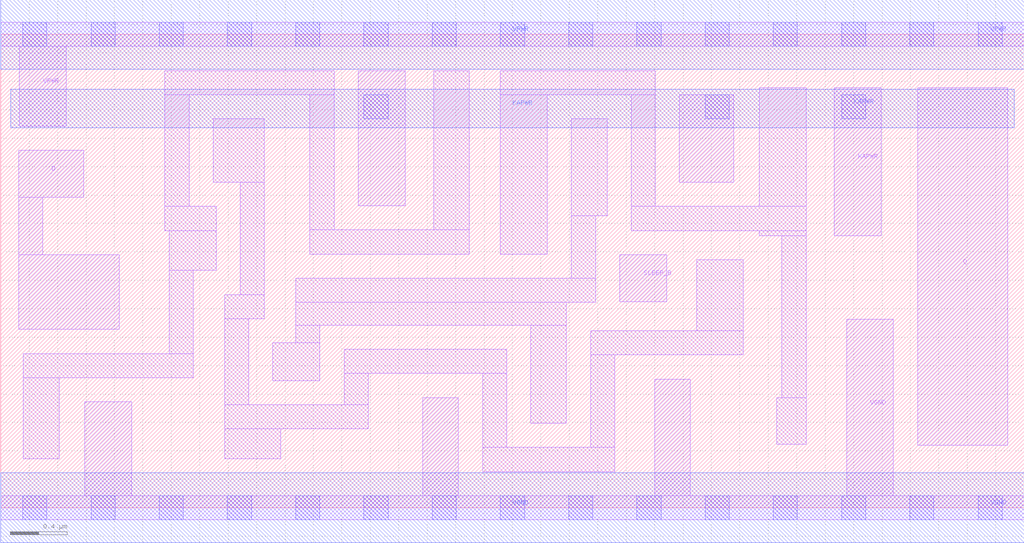
<source format=lef>
# Copyright 2020 The SkyWater PDK Authors
#
# Licensed under the Apache License, Version 2.0 (the "License");
# you may not use this file except in compliance with the License.
# You may obtain a copy of the License at
#
#     https://www.apache.org/licenses/LICENSE-2.0
#
# Unless required by applicable law or agreed to in writing, software
# distributed under the License is distributed on an "AS IS" BASIS,
# WITHOUT WARRANTIES OR CONDITIONS OF ANY KIND, either express or implied.
# See the License for the specific language governing permissions and
# limitations under the License.
#
# SPDX-License-Identifier: Apache-2.0

VERSION 5.7 ;
  NAMESCASESENSITIVE ON ;
  NOWIREEXTENSIONATPIN ON ;
  DIVIDERCHAR "/" ;
  BUSBITCHARS "[]" ;
UNITS
  DATABASE MICRONS 200 ;
END UNITS
MACRO sky130_fd_sc_lp__isolatch_lp
  CLASS CORE ;
  SOURCE USER ;
  FOREIGN sky130_fd_sc_lp__isolatch_lp ;
  ORIGIN  0.000000  0.000000 ;
  SIZE  7.200000 BY  3.330000 ;
  SYMMETRY X Y R90 ;
  SITE unit ;
  PIN D
    ANTENNAGATEAREA  0.126000 ;
    DIRECTION INPUT ;
    USE SIGNAL ;
    PORT
      LAYER li1 ;
        RECT 0.125000 1.255000 0.835000 1.780000 ;
        RECT 0.125000 1.780000 0.295000 2.185000 ;
        RECT 0.125000 2.185000 0.585000 2.515000 ;
    END
  END D
  PIN Q
    ANTENNADIFFAREA  0.459700 ;
    DIRECTION OUTPUT ;
    USE SIGNAL ;
    PORT
      LAYER li1 ;
        RECT 6.450000 0.440000 7.085000 2.955000 ;
    END
  END Q
  PIN KAPWR
    DIRECTION INOUT ;
    USE POWER ;
    PORT
      LAYER li1 ;
        RECT 2.515000 2.125000 2.845000 3.075000 ;
        RECT 4.775000 2.290000 5.155000 2.905000 ;
        RECT 5.865000 1.915000 6.195000 2.955000 ;
      LAYER mcon ;
        RECT 2.555000 2.735000 2.725000 2.905000 ;
        RECT 4.955000 2.735000 5.125000 2.905000 ;
        RECT 5.915000 2.735000 6.085000 2.905000 ;
      LAYER met1 ;
        RECT 0.070000 2.675000 7.130000 2.945000 ;
    END
  END KAPWR
  PIN SLEEP_B
    ANTENNAGATEAREA  0.222000 ;
    DIRECTION INPUT ;
    USE CLOCK ;
    PORT
      LAYER li1 ;
        RECT 4.355000 1.450000 4.685000 1.780000 ;
    END
  END SLEEP_B
  PIN VGND
    DIRECTION INOUT ;
    USE GROUND ;
    PORT
      LAYER li1 ;
        RECT 0.000000 -0.085000 7.200000 0.085000 ;
        RECT 0.590000  0.085000 0.920000 0.745000 ;
        RECT 2.970000  0.085000 3.220000 0.775000 ;
        RECT 4.600000  0.085000 4.850000 0.905000 ;
        RECT 5.950000  0.085000 6.280000 1.325000 ;
      LAYER mcon ;
        RECT 0.155000 -0.085000 0.325000 0.085000 ;
        RECT 0.635000 -0.085000 0.805000 0.085000 ;
        RECT 1.115000 -0.085000 1.285000 0.085000 ;
        RECT 1.595000 -0.085000 1.765000 0.085000 ;
        RECT 2.075000 -0.085000 2.245000 0.085000 ;
        RECT 2.555000 -0.085000 2.725000 0.085000 ;
        RECT 3.035000 -0.085000 3.205000 0.085000 ;
        RECT 3.515000 -0.085000 3.685000 0.085000 ;
        RECT 3.995000 -0.085000 4.165000 0.085000 ;
        RECT 4.475000 -0.085000 4.645000 0.085000 ;
        RECT 4.955000 -0.085000 5.125000 0.085000 ;
        RECT 5.435000 -0.085000 5.605000 0.085000 ;
        RECT 5.915000 -0.085000 6.085000 0.085000 ;
        RECT 6.395000 -0.085000 6.565000 0.085000 ;
        RECT 6.875000 -0.085000 7.045000 0.085000 ;
      LAYER met1 ;
        RECT 0.000000 -0.245000 7.200000 0.245000 ;
    END
  END VGND
  PIN VPWR
    DIRECTION INOUT ;
    USE POWER ;
    PORT
      LAYER li1 ;
        RECT 0.000000 3.245000 7.200000 3.415000 ;
        RECT 0.130000 2.685000 0.460000 3.245000 ;
      LAYER mcon ;
        RECT 0.155000 3.245000 0.325000 3.415000 ;
        RECT 0.635000 3.245000 0.805000 3.415000 ;
        RECT 1.115000 3.245000 1.285000 3.415000 ;
        RECT 1.595000 3.245000 1.765000 3.415000 ;
        RECT 2.075000 3.245000 2.245000 3.415000 ;
        RECT 2.555000 3.245000 2.725000 3.415000 ;
        RECT 3.035000 3.245000 3.205000 3.415000 ;
        RECT 3.515000 3.245000 3.685000 3.415000 ;
        RECT 3.995000 3.245000 4.165000 3.415000 ;
        RECT 4.475000 3.245000 4.645000 3.415000 ;
        RECT 4.955000 3.245000 5.125000 3.415000 ;
        RECT 5.435000 3.245000 5.605000 3.415000 ;
        RECT 5.915000 3.245000 6.085000 3.415000 ;
        RECT 6.395000 3.245000 6.565000 3.415000 ;
        RECT 6.875000 3.245000 7.045000 3.415000 ;
      LAYER met1 ;
        RECT 0.000000 3.085000 7.200000 3.575000 ;
    END
  END VPWR
  OBS
    LAYER li1 ;
      RECT 0.160000 0.345000 0.410000 0.915000 ;
      RECT 0.160000 0.915000 1.355000 1.085000 ;
      RECT 1.155000 1.950000 1.515000 2.120000 ;
      RECT 1.155000 2.120000 1.325000 2.905000 ;
      RECT 1.155000 2.905000 2.345000 3.075000 ;
      RECT 1.185000 1.085000 1.355000 1.670000 ;
      RECT 1.185000 1.670000 1.515000 1.950000 ;
      RECT 1.495000 2.290000 1.855000 2.735000 ;
      RECT 1.575000 0.345000 1.970000 0.555000 ;
      RECT 1.575000 0.555000 2.585000 0.725000 ;
      RECT 1.575000 0.725000 1.745000 1.330000 ;
      RECT 1.575000 1.330000 1.855000 1.500000 ;
      RECT 1.685000 1.500000 1.855000 2.290000 ;
      RECT 1.915000 0.895000 2.245000 1.160000 ;
      RECT 2.075000 1.160000 2.245000 1.285000 ;
      RECT 2.075000 1.285000 3.980000 1.445000 ;
      RECT 2.075000 1.445000 4.185000 1.615000 ;
      RECT 2.175000 1.785000 3.295000 1.955000 ;
      RECT 2.175000 1.955000 2.345000 2.905000 ;
      RECT 2.415000 0.725000 2.585000 0.945000 ;
      RECT 2.415000 0.945000 3.560000 1.115000 ;
      RECT 3.045000 1.955000 3.295000 3.075000 ;
      RECT 3.390000 0.255000 4.320000 0.425000 ;
      RECT 3.390000 0.425000 3.560000 0.945000 ;
      RECT 3.515000 1.785000 3.845000 2.905000 ;
      RECT 3.515000 2.905000 4.605000 3.075000 ;
      RECT 3.730000 0.595000 3.980000 1.285000 ;
      RECT 4.015000 1.615000 4.185000 2.055000 ;
      RECT 4.015000 2.055000 4.265000 2.735000 ;
      RECT 4.150000 0.425000 4.320000 1.075000 ;
      RECT 4.150000 1.075000 5.225000 1.245000 ;
      RECT 4.435000 1.950000 5.665000 2.120000 ;
      RECT 4.435000 2.120000 4.605000 2.905000 ;
      RECT 4.895000 1.245000 5.225000 1.745000 ;
      RECT 5.335000 1.915000 5.665000 1.950000 ;
      RECT 5.335000 2.120000 5.665000 2.955000 ;
      RECT 5.460000 0.445000 5.665000 0.775000 ;
      RECT 5.495000 0.775000 5.665000 1.915000 ;
  END
END sky130_fd_sc_lp__isolatch_lp

</source>
